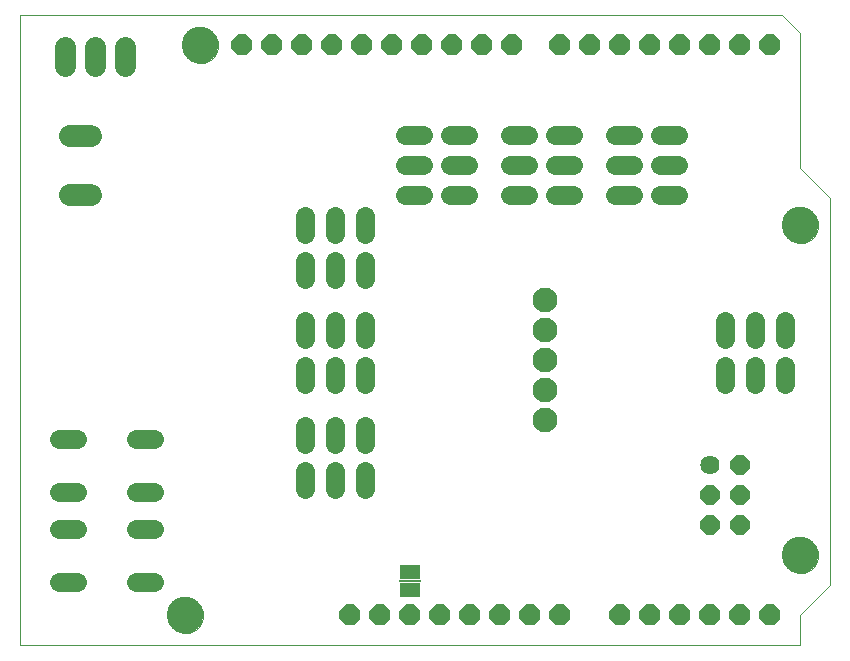
<source format=gbs>
G75*
G70*
%OFA0B0*%
%FSLAX24Y24*%
%IPPOS*%
%LPD*%
%AMOC8*
5,1,8,0,0,1.08239X$1,22.5*
%
%ADD10C,0.0000*%
%ADD11C,0.1221*%
%ADD12C,0.0640*%
%ADD13OC8,0.0700*%
%ADD14C,0.0827*%
%ADD15C,0.0640*%
%ADD16OC8,0.0640*%
%ADD17C,0.0745*%
%ADD18R,0.0670X0.0500*%
%ADD19R,0.0720X0.0060*%
%ADD20C,0.0690*%
D10*
X000500Y000500D02*
X000500Y021500D01*
X025900Y021500D01*
X026500Y020900D01*
X026500Y016400D01*
X027500Y015400D01*
X027500Y002500D01*
X026500Y001500D01*
X026500Y000500D01*
X000500Y000500D01*
X005409Y001500D02*
X005411Y001548D01*
X005417Y001596D01*
X005427Y001643D01*
X005440Y001689D01*
X005458Y001734D01*
X005478Y001778D01*
X005503Y001820D01*
X005531Y001859D01*
X005561Y001896D01*
X005595Y001930D01*
X005632Y001962D01*
X005670Y001991D01*
X005711Y002016D01*
X005754Y002038D01*
X005799Y002056D01*
X005845Y002070D01*
X005892Y002081D01*
X005940Y002088D01*
X005988Y002091D01*
X006036Y002090D01*
X006084Y002085D01*
X006132Y002076D01*
X006178Y002064D01*
X006223Y002047D01*
X006267Y002027D01*
X006309Y002004D01*
X006349Y001977D01*
X006387Y001947D01*
X006422Y001914D01*
X006454Y001878D01*
X006484Y001840D01*
X006510Y001799D01*
X006532Y001756D01*
X006552Y001712D01*
X006567Y001667D01*
X006579Y001620D01*
X006587Y001572D01*
X006591Y001524D01*
X006591Y001476D01*
X006587Y001428D01*
X006579Y001380D01*
X006567Y001333D01*
X006552Y001288D01*
X006532Y001244D01*
X006510Y001201D01*
X006484Y001160D01*
X006454Y001122D01*
X006422Y001086D01*
X006387Y001053D01*
X006349Y001023D01*
X006309Y000996D01*
X006267Y000973D01*
X006223Y000953D01*
X006178Y000936D01*
X006132Y000924D01*
X006084Y000915D01*
X006036Y000910D01*
X005988Y000909D01*
X005940Y000912D01*
X005892Y000919D01*
X005845Y000930D01*
X005799Y000944D01*
X005754Y000962D01*
X005711Y000984D01*
X005670Y001009D01*
X005632Y001038D01*
X005595Y001070D01*
X005561Y001104D01*
X005531Y001141D01*
X005503Y001180D01*
X005478Y001222D01*
X005458Y001266D01*
X005440Y001311D01*
X005427Y001357D01*
X005417Y001404D01*
X005411Y001452D01*
X005409Y001500D01*
X025909Y003500D02*
X025911Y003548D01*
X025917Y003596D01*
X025927Y003643D01*
X025940Y003689D01*
X025958Y003734D01*
X025978Y003778D01*
X026003Y003820D01*
X026031Y003859D01*
X026061Y003896D01*
X026095Y003930D01*
X026132Y003962D01*
X026170Y003991D01*
X026211Y004016D01*
X026254Y004038D01*
X026299Y004056D01*
X026345Y004070D01*
X026392Y004081D01*
X026440Y004088D01*
X026488Y004091D01*
X026536Y004090D01*
X026584Y004085D01*
X026632Y004076D01*
X026678Y004064D01*
X026723Y004047D01*
X026767Y004027D01*
X026809Y004004D01*
X026849Y003977D01*
X026887Y003947D01*
X026922Y003914D01*
X026954Y003878D01*
X026984Y003840D01*
X027010Y003799D01*
X027032Y003756D01*
X027052Y003712D01*
X027067Y003667D01*
X027079Y003620D01*
X027087Y003572D01*
X027091Y003524D01*
X027091Y003476D01*
X027087Y003428D01*
X027079Y003380D01*
X027067Y003333D01*
X027052Y003288D01*
X027032Y003244D01*
X027010Y003201D01*
X026984Y003160D01*
X026954Y003122D01*
X026922Y003086D01*
X026887Y003053D01*
X026849Y003023D01*
X026809Y002996D01*
X026767Y002973D01*
X026723Y002953D01*
X026678Y002936D01*
X026632Y002924D01*
X026584Y002915D01*
X026536Y002910D01*
X026488Y002909D01*
X026440Y002912D01*
X026392Y002919D01*
X026345Y002930D01*
X026299Y002944D01*
X026254Y002962D01*
X026211Y002984D01*
X026170Y003009D01*
X026132Y003038D01*
X026095Y003070D01*
X026061Y003104D01*
X026031Y003141D01*
X026003Y003180D01*
X025978Y003222D01*
X025958Y003266D01*
X025940Y003311D01*
X025927Y003357D01*
X025917Y003404D01*
X025911Y003452D01*
X025909Y003500D01*
X025909Y014500D02*
X025911Y014548D01*
X025917Y014596D01*
X025927Y014643D01*
X025940Y014689D01*
X025958Y014734D01*
X025978Y014778D01*
X026003Y014820D01*
X026031Y014859D01*
X026061Y014896D01*
X026095Y014930D01*
X026132Y014962D01*
X026170Y014991D01*
X026211Y015016D01*
X026254Y015038D01*
X026299Y015056D01*
X026345Y015070D01*
X026392Y015081D01*
X026440Y015088D01*
X026488Y015091D01*
X026536Y015090D01*
X026584Y015085D01*
X026632Y015076D01*
X026678Y015064D01*
X026723Y015047D01*
X026767Y015027D01*
X026809Y015004D01*
X026849Y014977D01*
X026887Y014947D01*
X026922Y014914D01*
X026954Y014878D01*
X026984Y014840D01*
X027010Y014799D01*
X027032Y014756D01*
X027052Y014712D01*
X027067Y014667D01*
X027079Y014620D01*
X027087Y014572D01*
X027091Y014524D01*
X027091Y014476D01*
X027087Y014428D01*
X027079Y014380D01*
X027067Y014333D01*
X027052Y014288D01*
X027032Y014244D01*
X027010Y014201D01*
X026984Y014160D01*
X026954Y014122D01*
X026922Y014086D01*
X026887Y014053D01*
X026849Y014023D01*
X026809Y013996D01*
X026767Y013973D01*
X026723Y013953D01*
X026678Y013936D01*
X026632Y013924D01*
X026584Y013915D01*
X026536Y013910D01*
X026488Y013909D01*
X026440Y013912D01*
X026392Y013919D01*
X026345Y013930D01*
X026299Y013944D01*
X026254Y013962D01*
X026211Y013984D01*
X026170Y014009D01*
X026132Y014038D01*
X026095Y014070D01*
X026061Y014104D01*
X026031Y014141D01*
X026003Y014180D01*
X025978Y014222D01*
X025958Y014266D01*
X025940Y014311D01*
X025927Y014357D01*
X025917Y014404D01*
X025911Y014452D01*
X025909Y014500D01*
X005909Y020500D02*
X005911Y020548D01*
X005917Y020596D01*
X005927Y020643D01*
X005940Y020689D01*
X005958Y020734D01*
X005978Y020778D01*
X006003Y020820D01*
X006031Y020859D01*
X006061Y020896D01*
X006095Y020930D01*
X006132Y020962D01*
X006170Y020991D01*
X006211Y021016D01*
X006254Y021038D01*
X006299Y021056D01*
X006345Y021070D01*
X006392Y021081D01*
X006440Y021088D01*
X006488Y021091D01*
X006536Y021090D01*
X006584Y021085D01*
X006632Y021076D01*
X006678Y021064D01*
X006723Y021047D01*
X006767Y021027D01*
X006809Y021004D01*
X006849Y020977D01*
X006887Y020947D01*
X006922Y020914D01*
X006954Y020878D01*
X006984Y020840D01*
X007010Y020799D01*
X007032Y020756D01*
X007052Y020712D01*
X007067Y020667D01*
X007079Y020620D01*
X007087Y020572D01*
X007091Y020524D01*
X007091Y020476D01*
X007087Y020428D01*
X007079Y020380D01*
X007067Y020333D01*
X007052Y020288D01*
X007032Y020244D01*
X007010Y020201D01*
X006984Y020160D01*
X006954Y020122D01*
X006922Y020086D01*
X006887Y020053D01*
X006849Y020023D01*
X006809Y019996D01*
X006767Y019973D01*
X006723Y019953D01*
X006678Y019936D01*
X006632Y019924D01*
X006584Y019915D01*
X006536Y019910D01*
X006488Y019909D01*
X006440Y019912D01*
X006392Y019919D01*
X006345Y019930D01*
X006299Y019944D01*
X006254Y019962D01*
X006211Y019984D01*
X006170Y020009D01*
X006132Y020038D01*
X006095Y020070D01*
X006061Y020104D01*
X006031Y020141D01*
X006003Y020180D01*
X005978Y020222D01*
X005958Y020266D01*
X005940Y020311D01*
X005927Y020357D01*
X005917Y020404D01*
X005911Y020452D01*
X005909Y020500D01*
D11*
X006500Y020500D03*
X026500Y014500D03*
X026500Y003500D03*
X006000Y001500D03*
D12*
X004955Y002610D02*
X004355Y002610D01*
X002395Y002610D02*
X001795Y002610D01*
X001795Y004390D02*
X002395Y004390D01*
X002395Y005610D02*
X001795Y005610D01*
X001795Y007390D02*
X002395Y007390D01*
X004355Y007390D02*
X004955Y007390D01*
X004955Y005610D02*
X004355Y005610D01*
X004355Y004390D02*
X004955Y004390D01*
X010000Y005700D02*
X010000Y006300D01*
X011000Y006300D02*
X011000Y005700D01*
X012000Y005700D02*
X012000Y006300D01*
X012000Y007200D02*
X012000Y007800D01*
X011000Y007800D02*
X011000Y007200D01*
X010000Y007200D02*
X010000Y007800D01*
X010000Y009200D02*
X010000Y009800D01*
X011000Y009800D02*
X011000Y009200D01*
X012000Y009200D02*
X012000Y009800D01*
X012000Y010700D02*
X012000Y011300D01*
X011000Y011300D02*
X011000Y010700D01*
X010000Y010700D02*
X010000Y011300D01*
X010000Y012700D02*
X010000Y013300D01*
X011000Y013300D02*
X011000Y012700D01*
X012000Y012700D02*
X012000Y013300D01*
X012000Y014200D02*
X012000Y014800D01*
X011000Y014800D02*
X011000Y014200D01*
X010000Y014200D02*
X010000Y014800D01*
X013325Y015500D02*
X013925Y015500D01*
X014825Y015500D02*
X015425Y015500D01*
X015425Y016500D02*
X014825Y016500D01*
X013925Y016500D02*
X013325Y016500D01*
X013325Y017500D02*
X013925Y017500D01*
X014825Y017500D02*
X015425Y017500D01*
X016825Y017500D02*
X017425Y017500D01*
X018325Y017500D02*
X018925Y017500D01*
X018925Y016500D02*
X018325Y016500D01*
X017425Y016500D02*
X016825Y016500D01*
X016825Y015500D02*
X017425Y015500D01*
X018325Y015500D02*
X018925Y015500D01*
X020325Y015500D02*
X020925Y015500D01*
X021825Y015500D02*
X022425Y015500D01*
X022425Y016500D02*
X021825Y016500D01*
X020925Y016500D02*
X020325Y016500D01*
X020325Y017500D02*
X020925Y017500D01*
X021825Y017500D02*
X022425Y017500D01*
X024000Y011300D02*
X024000Y010700D01*
X024000Y009800D02*
X024000Y009200D01*
X025000Y009200D02*
X025000Y009800D01*
X025000Y010700D02*
X025000Y011300D01*
X026000Y011300D02*
X026000Y010700D01*
X026000Y009800D02*
X026000Y009200D01*
D13*
X025500Y001500D03*
X024500Y001500D03*
X023500Y001500D03*
X022500Y001500D03*
X021500Y001500D03*
X020500Y001500D03*
X018500Y001500D03*
X017500Y001500D03*
X016500Y001500D03*
X015500Y001500D03*
X014500Y001500D03*
X013500Y001500D03*
X012500Y001500D03*
X011500Y001500D03*
X011900Y020500D03*
X012900Y020500D03*
X013900Y020500D03*
X014900Y020500D03*
X015900Y020500D03*
X016900Y020500D03*
X018500Y020500D03*
X019500Y020500D03*
X020500Y020500D03*
X021500Y020500D03*
X022500Y020500D03*
X023500Y020500D03*
X024500Y020500D03*
X025500Y020500D03*
X010900Y020500D03*
X009900Y020500D03*
X008900Y020500D03*
X007900Y020500D03*
D14*
X018000Y012000D03*
X018000Y011000D03*
X018000Y010000D03*
X018000Y009000D03*
X018000Y008000D03*
D15*
X023500Y006500D03*
D16*
X024500Y006500D03*
X024500Y005500D03*
X023500Y005500D03*
X023500Y004500D03*
X024500Y004500D03*
D17*
X002853Y015516D02*
X002148Y015516D01*
X002148Y017484D02*
X002853Y017484D01*
D18*
X013500Y002925D03*
X013500Y002325D03*
D19*
X013500Y002625D03*
D20*
X004000Y019800D02*
X004000Y020450D01*
X003000Y020450D02*
X003000Y019800D01*
X002000Y019800D02*
X002000Y020450D01*
M02*

</source>
